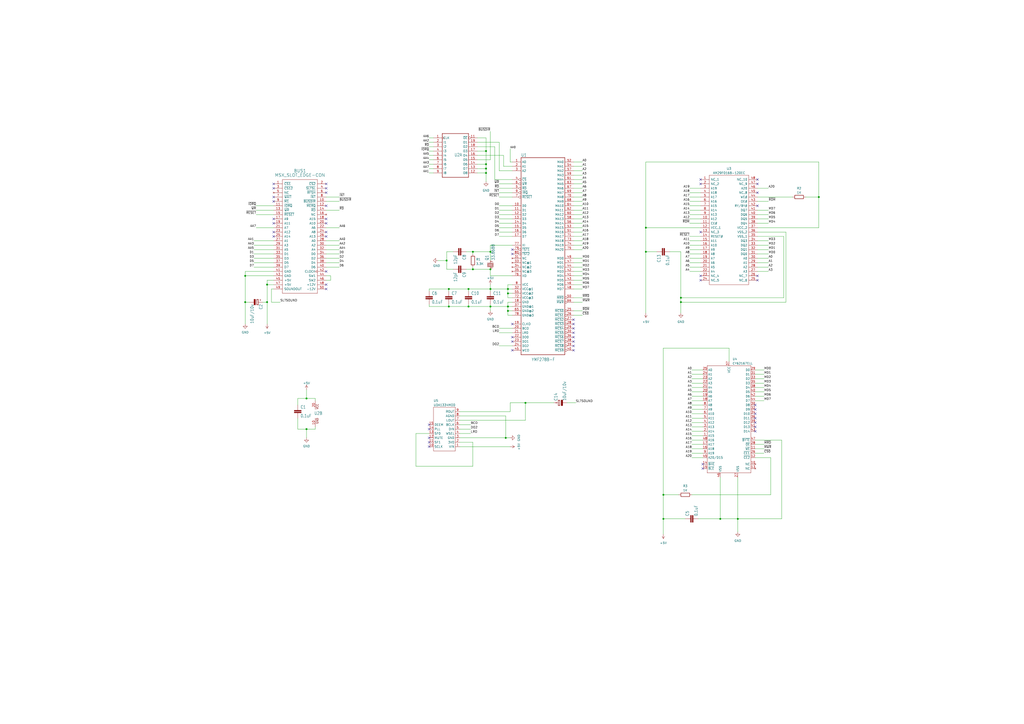
<source format=kicad_sch>
(kicad_sch (version 20230121) (generator eeschema)
  (paper "A2")
  (title_block (title "MSX OPL4 Wozblaster Reloaded") (date "2023-08-22") (rev "4.0") (company "The Retro Hacker") (comment 2 "Reloaded by Cristiano Goncalves") (comment 3 "Original Design by Gustavo Iriarte") (comment 4 "Wozblaster Reloaded v4"))
  (junction (at 294.64 177.8))
  (junction (at 394.97 172.72))
  (junction (at 177.8 248.92))
  (junction (at 177.8 231.14))
  (junction (at 427.99 300.99))
  (junction (at 154.94 175.26))
  (junction (at 293.37 254))
  (junction (at 284.48 177.8))
  (junction (at 142.24 160.02))
  (junction (at 271.78 177.8))
  (junction (at 259.08 151.13))
  (junction (at 142.24 175.26))
  (junction (at 281.94 87.63))
  (junction (at 294.64 167.64))
  (junction (at 260.35 177.8))
  (junction (at 384.81 300.99))
  (junction (at 384.81 287.02))
  (junction (at 284.48 146.05))
  (junction (at 271.78 167.64))
  (junction (at 281.94 100.33))
  (junction (at 394.97 175.26))
  (junction (at 294.64 170.18))
  (junction (at 154.94 165.1))
  (junction (at 374.65 132.08))
  (junction (at 294.64 180.34))
  (junction (at 274.32 146.05))
  (junction (at 274.32 156.21))
  (junction (at 281.94 97.79))
  (junction (at 304.8 233.68))
  (junction (at 284.48 167.64))
  (junction (at 417.83 300.99))
  (junction (at 374.65 146.05))
  (junction (at 281.94 95.25))
  (junction (at 260.35 167.64))
  (junction (at 474.98 114.3))
  (junction (at 284.48 156.21))
  (no_connect (at 439.42 106.68))
  (no_connect (at 439.42 162.56))
  (no_connect (at 438.15 250.19))
  (no_connect (at 297.18 187.96))
  (no_connect (at 438.15 240.03))
  (no_connect (at 407.67 269.24))
  (no_connect (at 407.67 271.78))
  (no_connect (at 406.4 162.56))
  (no_connect (at 248.92 259.08))
  (no_connect (at 438.15 247.65))
  (no_connect (at 248.92 254))
  (no_connect (at 248.92 256.54))
  (no_connect (at 438.15 242.57))
  (no_connect (at 332.74 187.96))
  (no_connect (at 332.74 185.42))
  (no_connect (at 332.74 193.04))
  (no_connect (at 332.74 190.5))
  (no_connect (at 332.74 203.2))
  (no_connect (at 332.74 200.66))
  (no_connect (at 158.75 137.16))
  (no_connect (at 158.75 134.62))
  (no_connect (at 158.75 127))
  (no_connect (at 158.75 129.54))
  (no_connect (at 189.23 157.48))
  (no_connect (at 189.23 134.62))
  (no_connect (at 189.23 137.16))
  (no_connect (at 297.18 144.78))
  (no_connect (at 297.18 147.32))
  (no_connect (at 297.18 195.58))
  (no_connect (at 406.4 104.14))
  (no_connect (at 439.42 160.02))
  (no_connect (at 297.18 198.12))
  (no_connect (at 297.18 203.2))
  (no_connect (at 248.92 248.92))
  (no_connect (at 332.74 198.12))
  (no_connect (at 189.23 167.64))
  (no_connect (at 406.4 160.02))
  (no_connect (at 438.15 237.49))
  (no_connect (at 406.4 106.68))
  (no_connect (at 332.74 195.58))
  (no_connect (at 438.15 234.95))
  (no_connect (at 248.92 246.38))
  (no_connect (at 439.42 104.14))
  (no_connect (at 438.15 245.11))
  (no_connect (at 439.42 111.76))
  (no_connect (at 439.42 119.38))
  (no_connect (at 189.23 127))
  (no_connect (at 189.23 129.54))
  (no_connect (at 189.23 165.1))
  (no_connect (at 406.4 134.62))
  (no_connect (at 158.75 106.68))
  (no_connect (at 158.75 109.22))
  (no_connect (at 158.75 114.3))
  (no_connect (at 158.75 116.84))
  (no_connect (at 189.23 106.68))
  (no_connect (at 189.23 109.22))
  (no_connect (at 189.23 111.76))
  (no_connect (at 189.23 119.38))
  (wire (pts (xy 284.48 160.02) (xy 297.18 160.02)))
  (wire (pts (xy 401.32 234.95) (xy 407.67 234.95)))
  (wire (pts (xy 295.91 93.98) (xy 297.18 93.98)))
  (wire (pts (xy 401.32 265.43) (xy 407.67 265.43)))
  (wire (pts (xy 289.56 111.76) (xy 297.18 111.76)))
  (wire (pts (xy 401.32 247.65) (xy 407.67 247.65)))
  (wire (pts (xy 276.86 80.01) (xy 281.94 80.01)))
  (wire (pts (xy 401.32 214.63) (xy 407.67 214.63)))
  (wire (pts (xy 455.93 175.26) (xy 394.97 175.26)))
  (wire (pts (xy 294.64 170.18) (xy 294.64 172.72)))
  (wire (pts (xy 401.32 229.87) (xy 407.67 229.87)))
  (wire (pts (xy 332.74 157.48) (xy 337.82 157.48)))
  (wire (pts (xy 394.97 172.72) (xy 394.97 175.26)))
  (wire (pts (xy 328.93 233.68) (xy 334.01 233.68)))
  (wire (pts (xy 266.7 238.76) (xy 295.91 238.76)))
  (wire (pts (xy 248.92 95.25) (xy 251.46 95.25)))
  (wire (pts (xy 289.56 121.92) (xy 297.18 121.92)))
  (wire (pts (xy 401.32 245.11) (xy 407.67 245.11)))
  (wire (pts (xy 289.56 124.46) (xy 297.18 124.46)))
  (wire (pts (xy 454.66 137.16) (xy 454.66 172.72)))
  (wire (pts (xy 274.32 154.94) (xy 274.32 156.21)))
  (wire (pts (xy 148.59 119.38) (xy 158.75 119.38)))
  (wire (pts (xy 189.23 152.4) (xy 196.85 152.4)))
  (wire (pts (xy 271.78 177.8) (xy 284.48 177.8)))
  (wire (pts (xy 148.59 124.46) (xy 158.75 124.46)))
  (wire (pts (xy 374.65 146.05) (xy 374.65 181.61)))
  (wire (pts (xy 142.24 160.02) (xy 158.75 160.02)))
  (wire (pts (xy 289.56 190.5) (xy 297.18 190.5)))
  (wire (pts (xy 142.24 157.48) (xy 142.24 160.02)))
  (wire (pts (xy 189.23 154.94) (xy 196.85 154.94)))
  (wire (pts (xy 266.7 248.92) (xy 273.05 248.92)))
  (wire (pts (xy 422.91 209.55) (xy 422.91 201.93)))
  (wire (pts (xy 332.74 139.7) (xy 337.82 139.7)))
  (wire (pts (xy 293.37 241.3) (xy 293.37 254)))
  (wire (pts (xy 294.64 170.18) (xy 297.18 170.18)))
  (wire (pts (xy 417.83 300.99) (xy 427.99 300.99)))
  (wire (pts (xy 332.74 149.86) (xy 337.82 149.86)))
  (wire (pts (xy 400.05 157.48) (xy 406.4 157.48)))
  (wire (pts (xy 281.94 87.63) (xy 281.94 95.25)))
  (wire (pts (xy 154.94 165.1) (xy 158.75 165.1)))
  (wire (pts (xy 439.42 154.94) (xy 445.77 154.94)))
  (wire (pts (xy 438.15 222.25) (xy 443.23 222.25)))
  (wire (pts (xy 439.42 134.62) (xy 455.93 134.62)))
  (wire (pts (xy 294.64 180.34) (xy 294.64 182.88)))
  (wire (pts (xy 270.51 156.21) (xy 274.32 156.21)))
  (wire (pts (xy 274.32 256.54) (xy 274.32 270.51)))
  (wire (pts (xy 332.74 180.34) (xy 337.82 180.34)))
  (wire (pts (xy 172.72 248.92) (xy 177.8 248.92)))
  (wire (pts (xy 284.48 167.64) (xy 294.64 167.64)))
  (wire (pts (xy 332.74 160.02) (xy 337.82 160.02)))
  (wire (pts (xy 266.7 256.54) (xy 274.32 256.54)))
  (wire (pts (xy 274.32 270.51) (xy 241.3 270.51)))
  (wire (pts (xy 281.94 80.01) (xy 281.94 87.63)))
  (wire (pts (xy 400.05 152.4) (xy 406.4 152.4)))
  (wire (pts (xy 248.92 97.79) (xy 251.46 97.79)))
  (wire (pts (xy 439.42 152.4) (xy 445.77 152.4)))
  (wire (pts (xy 405.13 300.99) (xy 417.83 300.99)))
  (wire (pts (xy 189.23 160.02) (xy 191.77 160.02)))
  (wire (pts (xy 439.42 121.92) (xy 445.77 121.92)))
  (wire (pts (xy 401.32 262.89) (xy 407.67 262.89)))
  (wire (pts (xy 384.81 300.99) (xy 384.81 309.88)))
  (wire (pts (xy 384.81 287.02) (xy 384.81 300.99)))
  (wire (pts (xy 266.7 254) (xy 293.37 254)))
  (wire (pts (xy 254 151.13) (xy 259.08 151.13)))
  (wire (pts (xy 172.72 242.57) (xy 172.72 248.92)))
  (wire (pts (xy 439.42 114.3) (xy 459.74 114.3)))
  (wire (pts (xy 401.32 237.49) (xy 407.67 237.49)))
  (wire (pts (xy 474.98 132.08) (xy 474.98 114.3)))
  (wire (pts (xy 400.05 121.92) (xy 406.4 121.92)))
  (wire (pts (xy 248.92 90.17) (xy 251.46 90.17)))
  (wire (pts (xy 439.42 109.22) (xy 445.77 109.22)))
  (wire (pts (xy 142.24 175.26) (xy 144.78 175.26)))
  (wire (pts (xy 284.48 177.8) (xy 294.64 177.8)))
  (wire (pts (xy 438.15 229.87) (xy 443.23 229.87)))
  (wire (pts (xy 289.56 99.06) (xy 297.18 99.06)))
  (wire (pts (xy 248.92 92.71) (xy 251.46 92.71)))
  (wire (pts (xy 400.05 116.84) (xy 406.4 116.84)))
  (wire (pts (xy 400.05 111.76) (xy 406.4 111.76)))
  (wire (pts (xy 287.02 85.09) (xy 287.02 104.14)))
  (wire (pts (xy 439.42 149.86) (xy 445.77 149.86)))
  (wire (pts (xy 400.05 137.16) (xy 406.4 137.16)))
  (wire (pts (xy 438.15 217.17) (xy 443.23 217.17)))
  (wire (pts (xy 294.64 175.26) (xy 294.64 177.8)))
  (wire (pts (xy 289.56 129.54) (xy 297.18 129.54)))
  (wire (pts (xy 439.42 139.7) (xy 445.77 139.7)))
  (wire (pts (xy 177.8 231.14) (xy 182.88 231.14)))
  (wire (pts (xy 438.15 224.79) (xy 443.23 224.79)))
  (wire (pts (xy 455.93 134.62) (xy 455.93 175.26)))
  (wire (pts (xy 294.64 165.1) (xy 294.64 167.64)))
  (wire (pts (xy 332.74 134.62) (xy 337.82 134.62)))
  (wire (pts (xy 400.05 127) (xy 406.4 127)))
  (wire (pts (xy 439.42 137.16) (xy 454.66 137.16)))
  (wire (pts (xy 384.81 300.99) (xy 397.51 300.99)))
  (wire (pts (xy 147.32 149.86) (xy 158.75 149.86)))
  (wire (pts (xy 148.59 132.08) (xy 158.75 132.08)))
  (wire (pts (xy 294.64 167.64) (xy 297.18 167.64)))
  (wire (pts (xy 271.78 167.64) (xy 284.48 167.64)))
  (wire (pts (xy 401.32 287.02) (xy 447.04 287.02)))
  (wire (pts (xy 401.32 227.33) (xy 407.67 227.33)))
  (wire (pts (xy 332.74 142.24) (xy 337.82 142.24)))
  (wire (pts (xy 401.32 232.41) (xy 407.67 232.41)))
  (wire (pts (xy 248.92 100.33) (xy 251.46 100.33)))
  (wire (pts (xy 332.74 175.26) (xy 337.82 175.26)))
  (wire (pts (xy 271.78 177.8) (xy 271.78 176.53)))
  (wire (pts (xy 439.42 142.24) (xy 445.77 142.24)))
  (wire (pts (xy 260.35 167.64) (xy 260.35 168.91)))
  (wire (pts (xy 189.23 139.7) (xy 196.85 139.7)))
  (wire (pts (xy 289.56 134.62) (xy 297.18 134.62)))
  (wire (pts (xy 248.92 85.09) (xy 251.46 85.09)))
  (wire (pts (xy 154.94 162.56) (xy 158.75 162.56)))
  (wire (pts (xy 248.92 177.8) (xy 260.35 177.8)))
  (wire (pts (xy 332.74 96.52) (xy 337.82 96.52)))
  (wire (pts (xy 304.8 243.84) (xy 304.8 233.68)))
  (wire (pts (xy 394.97 175.26) (xy 394.97 181.61)))
  (wire (pts (xy 332.74 93.98) (xy 337.82 93.98)))
  (wire (pts (xy 394.97 146.05) (xy 394.97 172.72)))
  (wire (pts (xy 284.48 92.71) (xy 276.86 92.71)))
  (wire (pts (xy 276.86 95.25) (xy 281.94 95.25)))
  (wire (pts (xy 248.92 177.8) (xy 248.92 176.53)))
  (wire (pts (xy 189.23 114.3) (xy 196.85 114.3)))
  (wire (pts (xy 295.91 238.76) (xy 295.91 233.68)))
  (wire (pts (xy 295.91 233.68) (xy 304.8 233.68)))
  (wire (pts (xy 289.56 106.68) (xy 297.18 106.68)))
  (wire (pts (xy 154.94 165.1) (xy 154.94 175.26)))
  (wire (pts (xy 417.83 276.86) (xy 417.83 300.99)))
  (wire (pts (xy 439.42 124.46) (xy 445.77 124.46)))
  (wire (pts (xy 332.74 129.54) (xy 337.82 129.54)))
  (wire (pts (xy 454.66 172.72) (xy 394.97 172.72)))
  (wire (pts (xy 189.23 147.32) (xy 196.85 147.32)))
  (wire (pts (xy 400.05 142.24) (xy 406.4 142.24)))
  (wire (pts (xy 438.15 219.71) (xy 443.23 219.71)))
  (wire (pts (xy 284.48 156.21) (xy 284.48 160.02)))
  (wire (pts (xy 400.05 109.22) (xy 406.4 109.22)))
  (wire (pts (xy 400.05 139.7) (xy 406.4 139.7)))
  (wire (pts (xy 142.24 175.26) (xy 142.24 187.96)))
  (wire (pts (xy 189.23 132.08) (xy 196.85 132.08)))
  (wire (pts (xy 289.56 193.04) (xy 297.18 193.04)))
  (wire (pts (xy 438.15 265.43) (xy 447.04 265.43)))
  (wire (pts (xy 189.23 149.86) (xy 196.85 149.86)))
  (wire (pts (xy 266.7 259.08) (xy 295.91 259.08)))
  (wire (pts (xy 297.18 175.26) (xy 294.64 175.26)))
  (wire (pts (xy 401.32 217.17) (xy 407.67 217.17)))
  (wire (pts (xy 287.02 104.14) (xy 297.18 104.14)))
  (wire (pts (xy 438.15 257.81) (xy 443.23 257.81)))
  (wire (pts (xy 332.74 137.16) (xy 337.82 137.16)))
  (wire (pts (xy 304.8 233.68) (xy 321.31 233.68)))
  (wire (pts (xy 260.35 167.64) (xy 271.78 167.64)))
  (wire (pts (xy 172.72 231.14) (xy 172.72 234.95)))
  (wire (pts (xy 281.94 97.79) (xy 281.94 100.33)))
  (wire (pts (xy 274.32 156.21) (xy 284.48 156.21)))
  (wire (pts (xy 177.8 226.06) (xy 177.8 231.14)))
  (wire (pts (xy 374.65 132.08) (xy 406.4 132.08)))
  (wire (pts (xy 467.36 114.3) (xy 474.98 114.3)))
  (wire (pts (xy 332.74 104.14) (xy 337.82 104.14)))
  (wire (pts (xy 332.74 119.38) (xy 337.82 119.38)))
  (wire (pts (xy 182.88 231.14) (xy 182.88 232.41)))
  (wire (pts (xy 332.74 116.84) (xy 337.82 116.84)))
  (wire (pts (xy 241.3 270.51) (xy 241.3 251.46)))
  (wire (pts (xy 332.74 101.6) (xy 337.82 101.6)))
  (wire (pts (xy 447.04 265.43) (xy 447.04 287.02)))
  (wire (pts (xy 401.32 250.19) (xy 407.67 250.19)))
  (wire (pts (xy 401.32 252.73) (xy 407.67 252.73)))
  (wire (pts (xy 266.7 246.38) (xy 273.05 246.38)))
  (wire (pts (xy 289.56 119.38) (xy 297.18 119.38)))
  (wire (pts (xy 142.24 160.02) (xy 142.24 175.26)))
  (wire (pts (xy 262.89 156.21) (xy 259.08 156.21)))
  (wire (pts (xy 332.74 144.78) (xy 337.82 144.78)))
  (wire (pts (xy 262.89 146.05) (xy 259.08 146.05)))
  (wire (pts (xy 439.42 132.08) (xy 474.98 132.08)))
  (wire (pts (xy 438.15 255.27) (xy 453.39 255.27)))
  (wire (pts (xy 427.99 276.86) (xy 427.99 300.99)))
  (wire (pts (xy 152.4 175.26) (xy 154.94 175.26)))
  (wire (pts (xy 332.74 124.46) (xy 337.82 124.46)))
  (wire (pts (xy 400.05 147.32) (xy 406.4 147.32)))
  (wire (pts (xy 251.46 82.55) (xy 248.92 82.55)))
  (wire (pts (xy 332.74 154.94) (xy 337.82 154.94)))
  (wire (pts (xy 374.65 93.98) (xy 374.65 132.08)))
  (wire (pts (xy 332.74 99.06) (xy 337.82 99.06)))
  (wire (pts (xy 297.18 177.8) (xy 294.64 177.8)))
  (wire (pts (xy 384.81 201.93) (xy 384.81 287.02)))
  (wire (pts (xy 147.32 139.7) (xy 158.75 139.7)))
  (wire (pts (xy 439.42 129.54) (xy 445.77 129.54)))
  (wire (pts (xy 189.23 144.78) (xy 196.85 144.78)))
  (wire (pts (xy 154.94 175.26) (xy 154.94 187.96)))
  (wire (pts (xy 400.05 149.86) (xy 406.4 149.86)))
  (wire (pts (xy 289.56 132.08) (xy 297.18 132.08)))
  (wire (pts (xy 177.8 248.92) (xy 182.88 248.92)))
  (wire (pts (xy 294.64 172.72) (xy 297.18 172.72)))
  (wire (pts (xy 374.65 93.98) (xy 474.98 93.98)))
  (wire (pts (xy 284.48 176.53) (xy 284.48 177.8)))
  (wire (pts (xy 438.15 214.63) (xy 443.23 214.63)))
  (wire (pts (xy 332.74 167.64) (xy 337.82 167.64)))
  (wire (pts (xy 157.48 167.64) (xy 158.75 167.64)))
  (wire (pts (xy 241.3 251.46) (xy 248.92 251.46)))
  (wire (pts (xy 276.86 100.33) (xy 281.94 100.33)))
  (wire (pts (xy 438.15 227.33) (xy 443.23 227.33)))
  (wire (pts (xy 384.81 287.02) (xy 393.7 287.02)))
  (wire (pts (xy 289.56 127) (xy 297.18 127)))
  (wire (pts (xy 276.86 82.55) (xy 289.56 82.55)))
  (wire (pts (xy 388.62 146.05) (xy 394.97 146.05)))
  (wire (pts (xy 266.7 243.84) (xy 304.8 243.84)))
  (wire (pts (xy 453.39 255.27) (xy 453.39 300.99)))
  (wire (pts (xy 284.48 177.8) (xy 284.48 180.34)))
  (wire (pts (xy 294.64 182.88) (xy 297.18 182.88)))
  (wire (pts (xy 191.77 160.02) (xy 191.77 162.56)))
  (wire (pts (xy 332.74 114.3) (xy 337.82 114.3)))
  (wire (pts (xy 400.05 129.54) (xy 406.4 129.54)))
  (wire (pts (xy 260.35 177.8) (xy 260.35 176.53)))
  (wire (pts (xy 297.18 180.34) (xy 294.64 180.34)))
  (wire (pts (xy 427.99 300.99) (xy 427.99 308.61)))
  (wire (pts (xy 374.65 146.05) (xy 381 146.05)))
  (wire (pts (xy 439.42 147.32) (xy 445.77 147.32)))
  (wire (pts (xy 189.23 121.92) (xy 196.85 121.92)))
  (wire (pts (xy 281.94 97.79) (xy 281.94 95.25)))
  (wire (pts (xy 271.78 167.64) (xy 271.78 168.91)))
  (wire (pts (xy 293.37 254) (xy 295.91 254)))
  (wire (pts (xy 284.48 167.64) (xy 284.48 168.91)))
  (wire (pts (xy 147.32 147.32) (xy 158.75 147.32)))
  (wire (pts (xy 182.88 248.92) (xy 182.88 247.65)))
  (wire (pts (xy 332.74 172.72) (xy 337.82 172.72)))
  (wire (pts (xy 147.32 142.24) (xy 158.75 142.24)))
  (wire (pts (xy 154.94 162.56) (xy 154.94 165.1)))
  (wire (pts (xy 438.15 262.89) (xy 443.23 262.89)))
  (wire (pts (xy 147.32 144.78) (xy 158.75 144.78)))
  (wire (pts (xy 474.98 114.3) (xy 474.98 93.98)))
  (wire (pts (xy 289.56 200.66) (xy 297.18 200.66)))
  (wire (pts (xy 189.23 142.24) (xy 196.85 142.24)))
  (wire (pts (xy 439.42 127) (xy 445.77 127)))
  (wire (pts (xy 422.91 201.93) (xy 384.81 201.93)))
  (wire (pts (xy 157.48 175.26) (xy 162.56 175.26)))
  (wire (pts (xy 284.48 76.2) (xy 284.48 92.71)))
  (wire (pts (xy 332.74 127) (xy 337.82 127)))
  (wire (pts (xy 401.32 240.03) (xy 407.67 240.03)))
  (wire (pts (xy 401.32 219.71) (xy 407.67 219.71)))
  (wire (pts (xy 289.56 82.55) (xy 289.56 99.06)))
  (wire (pts (xy 400.05 144.78) (xy 406.4 144.78)))
  (wire (pts (xy 292.1 90.17) (xy 292.1 96.52)))
  (wire (pts (xy 191.77 162.56) (xy 189.23 162.56)))
  (wire (pts (xy 276.86 90.17) (xy 292.1 90.17)))
  (wire (pts (xy 297.18 165.1) (xy 294.64 165.1)))
  (wire (pts (xy 248.92 87.63) (xy 251.46 87.63)))
  (wire (pts (xy 248.92 80.01) (xy 251.46 80.01)))
  (wire (pts (xy 259.08 151.13) (xy 259.08 156.21)))
  (wire (pts (xy 401.32 255.27) (xy 407.67 255.27)))
  (wire (pts (xy 248.92 167.64) (xy 260.35 167.64)))
  (wire (pts (xy 189.23 116.84) (xy 196.85 116.84)))
  (wire (pts (xy 400.05 124.46) (xy 406.4 124.46)))
  (wire (pts (xy 266.7 251.46) (xy 273.05 251.46)))
  (wire (pts (xy 332.74 152.4) (xy 337.82 152.4)))
  (wire (pts (xy 284.48 142.24) (xy 297.18 142.24)))
  (wire (pts (xy 142.24 157.48) (xy 158.75 157.48)))
  (wire (pts (xy 172.72 231.14) (xy 177.8 231.14)))
  (wire (pts (xy 401.32 260.35) (xy 407.67 260.35)))
  (wire (pts (xy 374.65 132.08) (xy 374.65 146.05)))
  (wire (pts (xy 439.42 144.78) (xy 445.77 144.78)))
  (wire (pts (xy 295.91 93.98) (xy 295.91 86.36)))
  (wire (pts (xy 276.86 97.79) (xy 281.94 97.79)))
  (wire (pts (xy 259.08 146.05) (xy 259.08 151.13)))
  (wire (pts (xy 260.35 177.8) (xy 271.78 177.8)))
  (wire (pts (xy 294.64 177.8) (xy 294.64 180.34)))
  (wire (pts (xy 439.42 116.84) (xy 445.77 116.84)))
  (wire (pts (xy 332.74 132.08) (xy 337.82 132.08)))
  (wire (pts (xy 332.74 111.76) (xy 337.82 111.76)))
  (wire (pts (xy 284.48 146.05) (xy 284.48 151.13)))
  (wire (pts (xy 284.48 165.1) (xy 284.48 167.64)))
  (wire (pts (xy 147.32 152.4) (xy 158.75 152.4)))
  (wire (pts (xy 289.56 109.22) (xy 297.18 109.22)))
  (wire (pts (xy 289.56 114.3) (xy 297.18 114.3)))
  (wire (pts (xy 147.32 154.94) (xy 158.75 154.94)))
  (wire (pts (xy 401.32 257.81) (xy 407.67 257.81)))
  (wire (pts (xy 401.32 242.57) (xy 407.67 242.57)))
  (wire (pts (xy 157.48 167.64) (xy 157.48 175.26)))
  (wire (pts (xy 453.39 300.99) (xy 427.99 300.99)))
  (wire (pts (xy 400.05 114.3) (xy 406.4 114.3)))
  (wire (pts (xy 266.7 241.3) (xy 293.37 241.3)))
  (wire (pts (xy 289.56 137.16) (xy 297.18 137.16)))
  (wire (pts (xy 439.42 157.48) (xy 445.77 157.48)))
  (wire (pts (xy 401.32 222.25) (xy 407.67 222.25)))
  (wire (pts (xy 274.32 146.05) (xy 274.32 147.32)))
  (wire (pts (xy 177.8 248.92) (xy 177.8 254)))
  (wire (pts (xy 284.48 142.24) (xy 284.48 146.05)))
  (wire (pts (xy 148.59 121.92) (xy 158.75 121.92)))
  (wire (pts (xy 294.64 167.64) (xy 294.64 170.18)))
  (wire (pts (xy 332.74 162.56) (xy 337.82 162.56)))
  (wire (pts (xy 400.05 119.38) (xy 406.4 119.38)))
  (wire (pts (xy 400.05 154.94) (xy 406.4 154.94)))
  (wire (pts (xy 438.15 232.41) (xy 443.23 232.41)))
  (wire (pts (xy 276.86 87.63) (xy 281.94 87.63)))
  (wire (pts (xy 438.15 260.35) (xy 443.23 260.35)))
  (wire (pts (xy 248.92 167.64) (xy 248.92 168.91)))
  (wire (pts (xy 292.1 96.52) (xy 297.18 96.52)))
  (wire (pts (xy 332.74 121.92) (xy 337.82 121.92)))
  (wire (pts (xy 332.74 109.22) (xy 337.82 109.22)))
  (wire (pts (xy 276.86 85.09) (xy 287.02 85.09)))
  (wire (pts (xy 332.74 182.88) (xy 337.82 182.88)))
  (wire (pts (xy 401.32 224.79) (xy 407.67 224.79)))
  (wire (pts (xy 332.74 165.1) (xy 337.82 165.1)))
  (wire (pts (xy 274.32 146.05) (xy 284.48 146.05)))
  (wire (pts (xy 281.94 100.33) (xy 281.94 105.41)))
  (wire (pts (xy 332.74 106.68) (xy 337.82 106.68)))
  (wire (pts (xy 270.51 146.05) (xy 274.32 146.05)))
  (label "MD4" (at 445.77 129.54 0) (effects (font (size 1.2446 1.2446))))
  (label "AA3" (at 147.32 142.24 180) (effects (font (size 1.2446 1.2446))))
  (label "~{MRD}" (at 443.23 257.81 0) (effects (font (size 1.2446 1.2446))))
  (label "AA2" (at 196.85 142.24 0) (effects (font (size 1.2446 1.2446))))
  (label "AA5" (at 248.92 90.17 180) (effects (font (size 1.2446 1.2446))))
  (label "A17" (at 400.05 114.3 180) (effects (font (size 1.2446 1.2446))))
  (label "A0" (at 401.32 214.63 180) (effects (font (size 1.2446 1.2446))))
  (label "A6" (at 401.32 229.87 180) (effects (font (size 1.2446 1.2446))))
  (label "~{RESET}" (at 148.59 124.46 180) (effects (font (size 1.2446 1.2446))))
  (label "D1" (at 289.56 121.92 180) (effects (font (size 1.2446 1.2446))))
  (label "A20" (at 337.82 144.78 0) (effects (font (size 1.2446 1.2446))))
  (label "A13" (at 337.82 127 0) (effects (font (size 1.2446 1.2446))))
  (label "A16" (at 337.82 134.62 0) (effects (font (size 1.2446 1.2446))))
  (label "MD6" (at 337.82 165.1 0) (effects (font (size 1.2446 1.2446))))
  (label "~{RESET}" (at 289.56 114.3 180) (effects (font (size 1.2446 1.2446))))
  (label "AA6" (at 248.92 80.01 180) (effects (font (size 1.2446 1.2446))))
  (label "~{IORQ}" (at 148.59 119.38 180) (effects (font (size 1.2446 1.2446))))
  (label "~{RESET}" (at 400.05 137.16 180) (effects (font (size 1.2446 1.2446))))
  (label "A3" (at 401.32 222.25 180) (effects (font (size 1.2446 1.2446))))
  (label "MD2" (at 445.77 142.24 0) (effects (font (size 1.2446 1.2446))))
  (label "A10" (at 401.32 240.03 180) (effects (font (size 1.2446 1.2446))))
  (label "AA7" (at 248.92 97.79 180) (effects (font (size 1.2446 1.2446))))
  (label "AA3" (at 248.92 95.25 180) (effects (font (size 1.2446 1.2446))))
  (label "D0" (at 196.85 147.32 0) (effects (font (size 1.2446 1.2446))))
  (label "LRO" (at 289.56 193.04 180))
  (label "~{RD}" (at 289.56 109.22 180) (effects (font (size 1.2446 1.2446))))
  (label "A5" (at 400.05 154.94 180) (effects (font (size 1.2446 1.2446))))
  (label "MD2" (at 337.82 154.94 0) (effects (font (size 1.2446 1.2446))))
  (label "MD5" (at 443.23 227.33 0) (effects (font (size 1.2446 1.2446))))
  (label "AA4" (at 248.92 92.71 180) (effects (font (size 1.2446 1.2446))))
  (label "A1" (at 401.32 217.17 180) (effects (font (size 1.2446 1.2446))))
  (label "MD4" (at 443.23 224.79 0) (effects (font (size 1.2446 1.2446))))
  (label "MD4" (at 337.82 160.02 0) (effects (font (size 1.2446 1.2446))))
  (label "A8" (at 401.32 234.95 180) (effects (font (size 1.2446 1.2446))))
  (label "A14" (at 400.05 121.92 180) (effects (font (size 1.2446 1.2446))))
  (label "~{ROM}" (at 337.82 180.34 0) (effects (font (size 1.2446 1.2446))))
  (label "A1" (at 337.82 96.52 0) (effects (font (size 1.2446 1.2446))))
  (label "A5" (at 337.82 106.68 0) (effects (font (size 1.2446 1.2446))))
  (label "~{INT}" (at 196.85 114.3 0) (effects (font (size 1.2446 1.2446))))
  (label "~{WR}" (at 289.56 106.68 180) (effects (font (size 1.2446 1.2446))))
  (label "A7" (at 401.32 232.41 180) (effects (font (size 1.2446 1.2446))))
  (label "A18" (at 337.82 139.7 0) (effects (font (size 1.2446 1.2446))))
  (label "~{BUSDIR}" (at 196.85 116.84 0) (effects (font (size 1.2446 1.2446))))
  (label "D5" (at 289.56 132.08 180) (effects (font (size 1.2446 1.2446))))
  (label "A2" (at 337.82 99.06 0) (effects (font (size 1.2446 1.2446))))
  (label "AA2" (at 248.92 82.55 180) (effects (font (size 1.2446 1.2446))))
  (label "AA1" (at 248.92 100.33 180) (effects (font (size 1.2446 1.2446))))
  (label "AA0" (at 196.85 139.7 0) (effects (font (size 1.2446 1.2446))) (property "Netclass" "SIGNAL" (effects hide)))
  (label "A12" (at 337.82 124.46 0) (effects (font (size 1.2446 1.2446))))
  (label "A5" (at 401.32 227.33 180) (effects (font (size 1.2446 1.2446))))
  (label "A0" (at 337.82 93.98 0) (effects (font (size 1.2446 1.2446))))
  (label "D7" (at 147.32 154.94 180) (effects (font (size 1.2446 1.2446))))
  (label "A16" (at 401.32 255.27 180) (effects (font (size 1.2446 1.2446))))
  (label "A12" (at 400.05 127 180) (effects (font (size 1.2446 1.2446))))
  (label "A14" (at 401.32 250.19 180) (effects (font (size 1.2446 1.2446))))
  (label "DO2" (at 273.05 248.92 0))
  (label "MD6" (at 443.23 229.87 0) (effects (font (size 1.2446 1.2446))))
  (label "D5" (at 147.32 152.4 180) (effects (font (size 1.2446 1.2446))))
  (label "A7" (at 337.82 111.76 0) (effects (font (size 1.2446 1.2446))))
  (label "A18" (at 400.05 111.76 180) (effects (font (size 1.2446 1.2446))))
  (label "MD1" (at 443.23 217.17 0) (effects (font (size 1.2446 1.2446))))
  (label "AA4" (at 196.85 144.78 0) (effects (font (size 1.2446 1.2446))))
  (label "MD1" (at 337.82 152.4 0) (effects (font (size 1.2446 1.2446))))
  (label "AA0" (at 295.91 86.36 0) (effects (font (size 1.1735 1.1735))))
  (label "~{ROM}" (at 400.05 129.54 180) (effects (font (size 1.2446 1.2446))))
  (label "A19" (at 401.32 262.89 180) (effects (font (size 1.2446 1.2446))))
  (label "A4" (at 400.05 157.48 180) (effects (font (size 1.2446 1.2446))))
  (label "A1" (at 445.77 152.4 0) (effects (font (size 1.2446 1.2446))))
  (label "A17" (at 337.82 137.16 0) (effects (font (size 1.2446 1.2446))))
  (label "BCO" (at 273.05 246.38 0))
  (label "A16" (at 400.05 116.84 180) (effects (font (size 1.2446 1.2446))))
  (label "AA1" (at 147.32 139.7 180) (effects (font (size 1.2446 1.2446))))
  (label "MD5" (at 337.82 162.56 0) (effects (font (size 1.2446 1.2446))))
  (label "AA5" (at 147.32 144.78 180) (effects (font (size 1.2446 1.2446))))
  (label "AA6" (at 196.85 132.08 0) (effects (font (size 1.2446 1.2446))))
  (label "D0" (at 289.56 119.38 180) (effects (font (size 1.2446 1.2446))))
  (label "MD6" (at 445.77 124.46 0) (effects (font (size 1.2446 1.2446))))
  (label "A9" (at 337.82 116.84 0) (effects (font (size 1.2446 1.2446))))
  (label "MD7" (at 443.23 232.41 0) (effects (font (size 1.2446 1.2446))))
  (label "A0" (at 445.77 149.86 0) (effects (font (size 1.2446 1.2446))))
  (label "A4" (at 401.32 224.79 180) (effects (font (size 1.2446 1.2446))))
  (label "~{ROM}" (at 445.77 116.84 0) (effects (font (size 1.2446 1.2446))))
  (label "A12" (at 401.32 245.11 180) (effects (font (size 1.2446 1.2446))))
  (label "MD3" (at 443.23 222.25 0) (effects (font (size 1.2446 1.2446))))
  (label "A9" (at 401.32 237.49 180) (effects (font (size 1.2446 1.2446))))
  (label "MD3" (at 337.82 157.48 0) (effects (font (size 1.2446 1.2446))))
  (label "D7" (at 289.56 137.16 180) (effects (font (size 1.2446 1.2446))))
  (label "A14" (at 337.82 129.54 0) (effects (font (size 1.2446 1.2446))))
  (label "D1" (at 147.32 147.32 180) (effects (font (size 1.2446 1.2446))))
  (label "A4" (at 337.82 104.14 0) (effects (font (size 1.2446 1.2446))))
  (label "MD0" (at 443.23 214.63 0) (effects (font (size 1.2446 1.2446))))
  (label "A10" (at 337.82 119.38 0) (effects (font (size 1.2446 1.2446))))
  (label "DO2" (at 289.56 200.66 180))
  (label "MD7" (at 445.77 121.92 0) (effects (font (size 1.2446 1.2446))))
  (label "A17" (at 401.32 257.81 180) (effects (font (size 1.2446 1.2446))))
  (label "A20" (at 401.32 265.43 180) (effects (font (size 1.2446 1.2446))))
  (label "LRO" (at 273.05 251.46 0))
  (label "~{CS0}" (at 443.23 262.89 0) (effects (font (size 1.2446 1.2446))))
  (label "~{IORQ}" (at 248.92 87.63 180) (effects (font (size 1.2446 1.2446))))
  (label "A11" (at 337.82 121.92 0) (effects (font (size 1.2446 1.2446))))
  (label "A2" (at 401.32 219.71 180) (effects (font (size 1.2446 1.2446))))
  (label "D6" (at 289.56 134.62 180) (effects (font (size 1.2446 1.2446))))
  (label "~{INT}" (at 289.56 111.76 180) (effects (font (size 1.2446 1.2446))))
  (label "AA7" (at 148.59 132.08 180) (effects (font (size 1.2446 1.2446))))
  (label "A18" (at 401.32 260.35 180) (effects (font (size 1.2446 1.2446))))
  (label "MD3" (at 445.77 139.7 0) (effects (font (size 1.2446 1.2446))))
  (label "A6" (at 400.05 152.4 180) (effects (font (size 1.2446 1.2446))))
  (label "MD1" (at 445.77 144.78 0) (effects (font (size 1.2446 1.2446))))
  (label "A11" (at 401.32 242.57 180) (effects (font (size 1.2446 1.2446))))
  (label "BCO" (at 289.56 190.5 180))
  (label "A19" (at 337.82 142.24 0) (effects (font (size 1.2446 1.2446))))
  (label "MD5" (at 445.77 127 0) (effects (font (size 1.2446 1.2446))))
  (label "D3" (at 147.32 149.86 180) (effects (font (size 1.2446 1.2446))))
  (label "A2" (at 445.77 154.94 0) (effects (font (size 1.2446 1.2446))))
  (label "D4" (at 196.85 152.4 0) (effects (font (size 1.2446 1.2446))))
  (label "~{CS0}" (at 337.82 182.88 0) (effects (font (size 1.2446 1.2446))))
  (label "D6" (at 196.85 154.94 0) (effects (font (size 1.2446 1.2446))))
  (label "MD7" (at 337.82 167.64 0) (effects (font (size 1.2446 1.2446))))
  (label "~{BUSDIR}" (at 284.48 76.2 180) (effects (font (size 1.2446 1.2446))) (property "Netclass" "SIGNAL" (effects hide)))
  (label "A20" (at 445.77 109.22 0) (effects (font (size 1.2446 1.2446))))
  (label "A11" (at 400.05 139.7 180) (effects (font (size 1.2446 1.2446))))
  (label "MD0" (at 445.77 147.32 0) (effects (font (size 1.2446 1.2446))))
  (label "A7" (at 400.05 149.86 180) (effects (font (size 1.2446 1.2446))))
  (label "~{MWR}" (at 443.23 260.35 0) (effects (font (size 1.2446 1.2446))))
  (label "SLTSOUND" (at 334.01 233.68 0))
  (label "A9" (at 400.05 144.78 180) (effects (font (size 1.2446 1.2446))))
  (label "A15" (at 400.05 119.38 180) (effects (font (size 1.2446 1.2446))))
  (label "A10" (at 400.05 142.24 180) (effects (font (size 1.2446 1.2446))))
  (label "A13" (at 401.32 247.65 180) (effects (font (size 1.2446 1.2446))))
  (label "~{RD}" (at 248.92 85.09 180) (effects (font (size 1.2446 1.2446))))
  (label "~{RD}" (at 196.85 121.92 0) (effects (font (size 1.2446 1.2446))))
  (label "~{WR}" (at 148.59 121.92 180) (effects (font (size 1.2446 1.2446))))
  (label "~{MRD}" (at 337.82 172.72 0) (effects (font (size 1.2446 1.2446))))
  (label "MD2" (at 443.23 219.71 0) (effects (font (size 1.2446 1.2446))))
  (label "SLTSOUND" (at 162.56 175.26 0))
  (label "D2" (at 196.85 149.86 0) (effects (font (size 1.2446 1.2446))))
  (label "A3" (at 445.77 157.48 0) (effects (font (size 1.2446 1.2446))))
  (label "A8" (at 337.82 114.3 0) (effects (font (size 1.2446 1.2446))))
  (label "A3" (at 337.82 101.6 0) (effects (font (size 1.2446 1.2446))))
  (label "A19" (at 400.05 109.22 180) (effects (font (size 1.2446 1.2446))))
  (label "A15" (at 337.82 132.08 0) (effects (font (size 1.2446 1.2446))))
  (label "D2" (at 289.56 124.46 180) (effects (font (size 1.2446 1.2446))))
  (label "A6" (at 337.82 109.22 0) (effects (font (size 1.2446 1.2446))))
  (label "A8" (at 400.05 147.32 180) (effects (font (size 1.2446 1.2446))))
  (label "MD0" (at 337.82 149.86 0) (effects (font (size 1.2446 1.2446))))
  (label "D3" (at 289.56 127 180) (effects (font (size 1.2446 1.2446))))
  (label "A13" (at 400.05 124.46 180) (effects (font (size 1.2446 1.2446))))
  (label "D4" (at 289.56 129.54 180) (effects (font (size 1.2446 1.2446))))
  (label "~{MWR}" (at 337.82 175.26 0) (effects (font (size 1.2446 1.2446))))
  (label "A15" (at 401.32 252.73 180) (effects (font (size 1.2446 1.2446))))
  (symbol (lib_id "power:GND") (at 295.91 254 90) (unit 1)
    (property "Reference" "#PWR021" (effects hide))
    (property "Value" "GND" (at 300.99 254 0))
  )
  (symbol (lib_id "power:+5V") (at 154.94 187.96 180) (unit 1)
    (property "Reference" "#PWR04" (effects hide))
    (property "Value" "+5V" (at 154.94 193.04 0))
  )
  (symbol (lib_id "CRISAG:CRYSTALHC49S") (at 284.48 153.67 90) (unit 1)
    (property "Reference" "Q1" (at 283.464 151.13 0) (effects (font (size 1.778 1.5113)) (justify left bottom)))
    (property "Value" "33.8688" (at 287.02 151.13 0) (effects (font (size 1.778 1.5113)) (justify left bottom)))
    (property "Footprint" "CRISAG:Crystal_HC49-U_Vertical" (effects hide))
  )
  (symbol (lib_id "power:GND") (at 281.94 105.41 0) (unit 1)
    (property "Reference" "#PWR012" (effects hide))
    (property "Value" "GND" (at 281.94 110.49 0))
  )
  (symbol (lib_id "CRISAG:C-EU") (at 172.72 237.49 0) (unit 1)
    (property "Reference" "C1" (at 174.244 237.109 0) (effects (font (size 1.778 1.5113)) (justify left bottom)))
    (property "Value" "0.1uF" (at 174.244 242.189 0) (effects (font (size 1.778 1.5113)) (justify left bottom)))
    (property "Footprint" "Capacitor_SMD:C_0603_1608Metric" (effects hide))
  )
  (symbol (lib_id "CRISAG:C-EU") (at 271.78 171.45 0) (unit 1)
    (property "Reference" "C10" (at 273.304 171.069 0) (effects (font (size 1.778 1.5113)) (justify left bottom)))
    (property "Value" "0.1uF" (at 273.304 176.149 0) (effects (font (size 1.778 1.5113)) (justify left bottom)))
    (property "Footprint" "Capacitor_SMD:C_0603_1608Metric" (effects hide))
  )
  (symbol (lib_id "CRISAG:YMF278B-F") (at 314.96 144.78 0) (unit 1)
    (property "Reference" "U1" (at 302.26 90.932 0) (effects (font (size 1.778 1.5113)) (justify left bottom)))
    (property "Value" "YMF278B-F" (at 308.356 209.55 0) (effects (font (size 1.778 1.5113)) (justify left bottom)))
    (property "Footprint" "MSX OPL4 Wozblaster:80-QFP" (effects hide))
  )
  (symbol (lib_id "Device:R") (at 397.51 287.02 270) (unit 1)
    (property "Reference" "R3" (at 397.51 281.94 90))
    (property "Value" "1K" (at 397.51 284.48 90))
    (property "Footprint" "Resistor_SMD:R_0603_1608Metric" (effects hide))
  )
  (symbol (lib_id "CRISAG:UDA1334_MOD") (at 257.81 248.92 90) (unit 1)
    (property "Reference" "U5" (at 251.46 232.41 90) (effects (justify right)))
    (property "Value" "UDA1334MOD" (at 251.46 234.95 90) (effects (justify right)))
    (property "Footprint" "MSX OPL4 Wozblaster:UDA1334MOD" (effects hide))
  )
  (symbol (lib_id "CY62167:CY62167ELL-45ZXI") (at 422.91 245.11 0) (unit 1)
    (property "Reference" "U4" (at 424.8659 208.28 0) (effects (justify left)))
    (property "Value" "CY62167ELL" (at 424.8659 210.82 0) (effects (justify left)))
    (property "Footprint" "MSX OPL4 Wozblaster:SOP50P2000X120-48N" (effects hide))
    (property "Sim.Device" "I" (effects hide))
    (property "Sim.Type" "DC" (effects hide))
    (property "Sim.Pins" "1=+ 2=-" (effects hide))
    (property "Sim.Params" "dc=\"\"" (effects hide))
  )
  (symbol (lib_id "power:GND") (at 177.8 254 0) (unit 1)
    (property "Reference" "#PWR03" (effects hide))
    (property "Value" "GND" (at 177.8 258.826 0))
  )
  (symbol (lib_id "CRISAG:C-EU") (at 400.05 300.99 90) (unit 1)
    (property "Reference" "C5" (at 399.669 299.466 0) (effects (font (size 1.778 1.5113)) (justify left bottom)))
    (property "Value" "0.1uF" (at 404.749 299.466 0) (effects (font (size 1.778 1.5113)) (justify left bottom)))
    (property "Footprint" "Capacitor_SMD:C_0603_1608Metric" (effects hide))
  )
  (symbol (lib_id "power:GND") (at 394.97 181.61 0) (mirror y) (unit 1)
    (property "Reference" "#PWR018" (effects hide))
    (property "Value" "GND" (at 394.97 186.69 0))
  )
  (symbol (lib_id "power:+5V") (at 295.91 259.08 270) (unit 1)
    (property "Reference" "#PWR022" (effects hide))
    (property "Value" "+5V" (at 300.99 259.08 0))
  )
  (symbol (lib_id "CRISAG:C-EU") (at 267.97 146.05 270) (unit 1)
    (property "Reference" "C8" (at 268.351 147.574 0) (effects (font (size 1.778 1.5113)) (justify left bottom)))
    (property "Value" "12pF" (at 263.271 147.574 0) (effects (font (size 1.778 1.5113)) (justify left bottom)))
    (property "Footprint" "Capacitor_SMD:C_0603_1608Metric" (effects hide))
  )
  (symbol (lib_id "power:+5V") (at 374.65 181.61 0) (mirror x) (unit 1)
    (property "Reference" "#PWR016" (effects hide))
    (property "Value" "+5V" (at 374.65 186.69 0))
  )
  (symbol (lib_name "GAL16V8P3_1") (lib_id "CRISAG:GAL16V8P3") (at 264.16 90.17 0) (unit 1)
    (property "Reference" "U2" (at 263.525 90.805 0) (effects (font (size 1.778 1.5113)) (justify left bottom)))
    (property "Value" "GAL16V8D" (effects hide))
    (property "Footprint" "MSX OPL4 Wozblaster:DIL20" (effects hide))
  )
  (symbol (lib_id "power:GND") (at 142.24 187.96 0) (unit 1)
    (property "Reference" "#PWR01" (effects hide))
    (property "Value" "GND" (at 142.24 192.786 0))
  )
  (symbol (lib_id "power:GND") (at 254 151.13 270) (unit 1)
    (property "Reference" "#PWR011" (effects hide))
    (property "Value" "GND" (at 251.206 154.178 90) (effects (justify left)))
  )
  (symbol (lib_id "Device:R") (at 463.55 114.3 270) (unit 1)
    (property "Reference" "R2" (at 463.55 109.22 90))
    (property "Value" "1K" (at 463.55 111.76 90))
    (property "Footprint" "Resistor_SMD:R_0603_1608Metric" (effects hide))
  )
  (symbol (lib_id "CRISAG:GAL16V8P3") (at 182.88 240.03 0) (unit 2)
    (property "Reference" "U2" (at 182.245 240.665 0) (effects (font (size 1.778 1.5113)) (justify left bottom)))
    (property "Value" "GAL16V8D" (effects hide))
    (property "Footprint" "MSX OPL4 Wozblaster:DIL20" (effects hide))
  )
  (symbol (lib_id "power:GND") (at 427.99 308.61 0) (mirror y) (unit 1)
    (property "Reference" "#PWR09" (effects hide))
    (property "Value" "GND" (at 427.99 313.69 0))
  )
  (symbol (lib_id "CRISAG:C-EU") (at 267.97 156.21 270) (unit 1)
    (property "Reference" "C9" (at 268.351 157.734 0) (effects (font (size 1.778 1.5113)) (justify left bottom)))
    (property "Value" "12pF" (at 263.271 157.734 0) (effects (font (size 1.778 1.5113)) (justify left bottom)))
    (property "Footprint" "Capacitor_SMD:C_0603_1608Metric" (effects hide))
  )
  (symbol (lib_id "CRISAG:CPOLSMCB") (at 149.86 175.26 270) (unit 1)
    (property "Reference" "C2" (at 150.3426 176.403 0) (effects (font (size 1.778 1.5113)) (justify left bottom)))
    (property "Value" "10uF/10v" (at 145.2626 176.403 0) (effects (font (size 1.778 1.5113)) (justify left bottom)))
    (property "Footprint" "Capacitor_Tantalum_SMD:CP_EIA-3216-18_Kemet-A" (effects hide))
  )
  (symbol (lib_id "CRISAG:C-EU") (at 284.48 171.45 0) (unit 1)
    (property "Reference" "C11" (at 286.004 171.069 0) (effects (font (size 1.778 1.5113)) (justify left bottom)))
    (property "Value" "0.1uF" (at 286.004 176.149 0) (effects (font (size 1.778 1.5113)) (justify left bottom)))
    (property "Footprint" "Capacitor_SMD:C_0603_1608Metric" (effects hide))
  )
  (symbol (lib_id "CRISAG:C-EU") (at 383.54 146.05 90) (mirror x) (unit 1)
    (property "Reference" "C13" (at 383.159 147.574 0) (effects (font (size 1.778 1.5113)) (justify left bottom)))
    (property "Value" "0.1uF" (at 388.239 147.574 0) (effects (font (size 1.778 1.5113)) (justify left bottom)))
    (property "Footprint" "Capacitor_SMD:C_0603_1608Metric" (effects hide))
  )
  (symbol (lib_id "CRISAG:AM29F016B-120EC") (at 406.4 104.14 0) (unit 1)
    (property "Reference" "U3" (at 422.91 97.79 0))
    (property "Value" "AM29F016B-120EC" (at 422.91 100.33 0))
    (property "Footprint" "MSX OPL4 Wozblaster:SOP50P2000X120-48N" (effects hide))
    (property "Datasheet" "http://media.digikey.com/pdf/Data%20Sheets/AMD/AM29F016B.pdf" (effects hide))
    (property "Description" "Flash Memory IC 16 MEGABIT CMOS FLASH EPROM" (effects hide))
    (property "Height" "1.2" (effects hide))
    (property "Manufacturer_Name" "AMD" (effects hide))
    (property "Manufacturer_Part_Number" "AM29F016B-120EC" (effects hide))
  )
  (symbol (lib_id "CRISAG:MSX_SLOT_EDGE-CON") (at 173.99 137.16 0) (unit 1) (in_bom no)
    (property "Reference" "BUS1" (at 173.99 99.06 0) (effects (font (size 1.778 1.778))))
    (property "Value" "MSX_SLOT_EDGE-CON" (at 173.99 101.6 0) (effects (font (size 1.778 1.778))))
    (property "Footprint" "CRISAG:msx_cartridge" (effects hide))
    (property "Datasheet" "https://www.msx.org/wiki/MSX_Cartridge_slot#Pinout_of_Standard_MSX_Cartridge_slot" (effects hide))
    (property "Manufacturer" "n/a" (effects hide))
    (property "MPN" "n/a" (effects hide))
  )
  (symbol (lib_id "power:GND") (at 284.48 180.34 0) (unit 1)
    (property "Reference" "#PWR014" (effects hide))
    (property "Value" "GND" (at 284.48 185.166 0))
  )
  (symbol (lib_id "power:+5V") (at 284.48 165.1 0) (unit 1)
    (property "Reference" "#PWR013" (effects hide))
    (property "Value" "+5V" (at 284.48 161.29 0))
  )
  (symbol (lib_id "CRISAG:C-EU") (at 248.92 171.45 0) (unit 1)
    (property "Reference" "C6" (at 250.444 171.069 0) (effects (font (size 1.778 1.5113)) (justify left bottom)))
    (property "Value" "0.1uF" (at 250.444 176.149 0) (effects (font (size 1.778 1.5113)) (justify left bottom)))
    (property "Footprint" "Capacitor_SMD:C_0603_1608Metric" (effects hide))
  )
  (symbol (lib_id "power:+5V") (at 384.81 309.88 0) (mirror x) (unit 1)
    (property "Reference" "#PWR010" (effects hide))
    (property "Value" "+5V" (at 384.81 314.96 0))
  )
  (symbol (lib_id "CRISAG:CPOLSMCB") (at 323.85 233.68 90) (unit 1)
    (property "Reference" "C14" (at 323.3674 232.537 0) (effects (font (size 1.778 1.5113)) (justify left bottom)))
    (property "Value" "10uF/10v" (at 328.4474 232.537 0) (effects (font (size 1.778 1.5113)) (justify left bottom)))
    (property "Footprint" "Capacitor_Tantalum_SMD:CP_EIA-3216-18_Kemet-A" (effects hide))
  )
  (symbol (lib_id "Device:R") (at 274.32 151.13 0) (unit 1)
    (property "Reference" "R1" (at 276.098 150.495 0) (effects (justify left)))
    (property "Value" "3.3K" (at 276.098 153.035 0) (effects (justify left)))
    (property "Footprint" "Resistor_SMD:R_0603_1608Metric" (effects hide))
  )
  (symbol (lib_id "power:+5V") (at 177.8 226.06 0) (unit 1)
    (property "Reference" "#PWR02" (effects hide))
    (property "Value" "+5V" (at 177.8 222.25 0))
  )
  (symbol (lib_id "CRISAG:C-EU") (at 260.35 171.45 0) (unit 1)
    (property "Reference" "C7" (at 261.874 171.069 0) (effects (font (size 1.778 1.5113)) (justify left bottom)))
    (property "Value" "0.1uF" (at 261.874 176.149 0) (effects (font (size 1.778 1.5113)) (justify left bottom)))
    (property "Footprint" "Capacitor_SMD:C_0603_1608Metric" (effects hide))
  )
)
</source>
